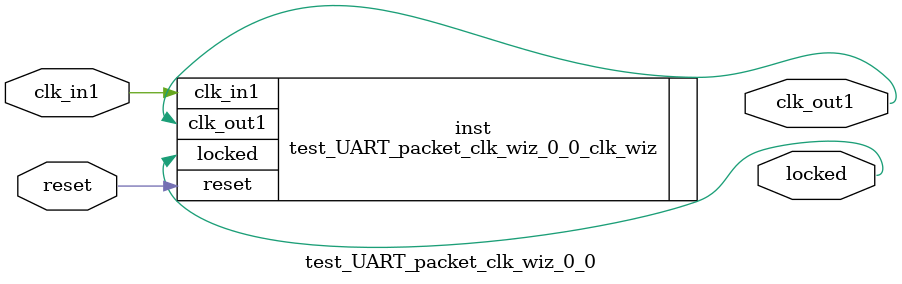
<source format=v>


`timescale 1ps/1ps

(* CORE_GENERATION_INFO = "test_UART_packet_clk_wiz_0_0,clk_wiz_v6_0_6_0_0,{component_name=test_UART_packet_clk_wiz_0_0,use_phase_alignment=true,use_min_o_jitter=false,use_max_i_jitter=false,use_dyn_phase_shift=false,use_inclk_switchover=false,use_dyn_reconfig=false,enable_axi=0,feedback_source=FDBK_AUTO,PRIMITIVE=MMCM,num_out_clk=1,clkin1_period=10.000,clkin2_period=10.000,use_power_down=false,use_reset=true,use_locked=true,use_inclk_stopped=false,feedback_type=SINGLE,CLOCK_MGR_TYPE=NA,manual_override=false}" *)

module test_UART_packet_clk_wiz_0_0 
 (
  // Clock out ports
  output        clk_out1,
  // Status and control signals
  input         reset,
  output        locked,
 // Clock in ports
  input         clk_in1
 );

  test_UART_packet_clk_wiz_0_0_clk_wiz inst
  (
  // Clock out ports  
  .clk_out1(clk_out1),
  // Status and control signals               
  .reset(reset), 
  .locked(locked),
 // Clock in ports
  .clk_in1(clk_in1)
  );

endmodule

</source>
